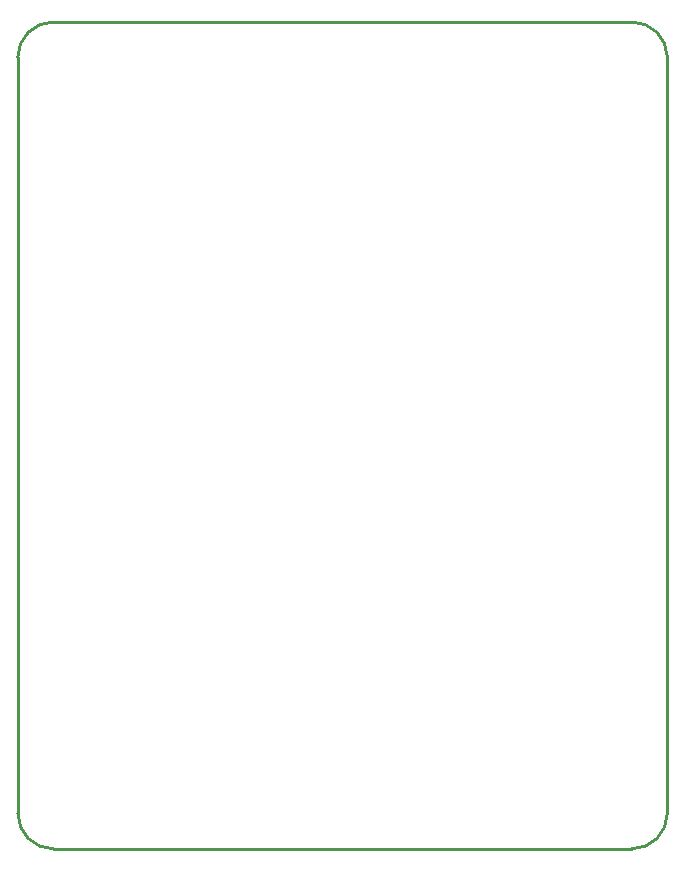
<source format=gbr>
%TF.GenerationSoftware,KiCad,Pcbnew,(6.0.7)*%
%TF.CreationDate,2022-11-16T16:45:54+01:00*%
%TF.ProjectId,MainBoard,4d61696e-426f-4617-9264-2e6b69636164,rev?*%
%TF.SameCoordinates,PXa344e00PY7102aa0*%
%TF.FileFunction,Profile,NP*%
%FSLAX46Y46*%
G04 Gerber Fmt 4.6, Leading zero omitted, Abs format (unit mm)*
G04 Created by KiCad (PCBNEW (6.0.7)) date 2022-11-16 16:45:54*
%MOMM*%
%LPD*%
G01*
G04 APERTURE LIST*
%TA.AperFunction,Profile*%
%ADD10C,0.250000*%
%TD*%
G04 APERTURE END LIST*
D10*
X52100000Y1D02*
G75*
G03*
X55099999Y3000000I0J2999999D01*
G01*
X100000Y67000000D02*
X100000Y3000000D01*
X100000Y3000000D02*
G75*
G03*
X3100000Y0I3000000J0D01*
G01*
X52100000Y70000000D02*
X3100000Y70000000D01*
X3100000Y69999999D02*
G75*
G03*
X100001Y67000000I0J-2999999D01*
G01*
X3100000Y0D02*
X52100000Y0D01*
X55100000Y3000000D02*
X55100000Y67000000D01*
X55100000Y67000000D02*
G75*
G03*
X52100000Y70000000I-3000000J0D01*
G01*
M02*

</source>
